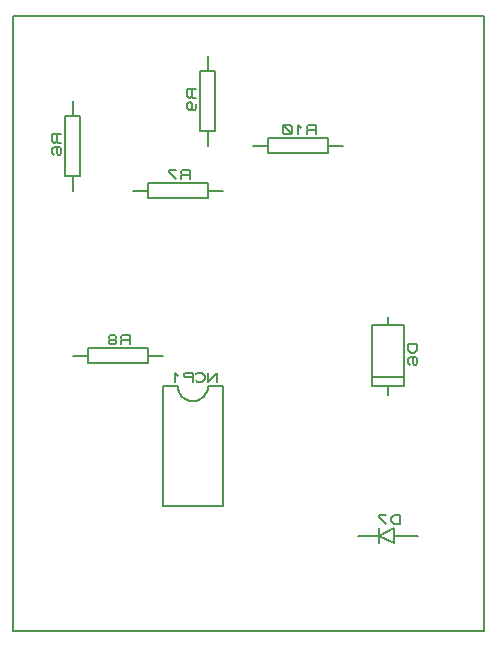
<source format=gbr>
G04 PROTEUS GERBER X2 FILE*
%TF.GenerationSoftware,Labcenter,Proteus,8.5-SP0-Build22067*%
%TF.CreationDate,2019-11-03T13:44:13+00:00*%
%TF.FileFunction,Legend,Bot*%
%TF.FilePolarity,Positive*%
%TF.Part,Single*%
%FSLAX45Y45*%
%MOMM*%
G01*
%TA.AperFunction,Profile*%
%ADD25C,0.203200*%
%TA.AperFunction,Material*%
%ADD28C,0.203200*%
D25*
X-1904000Y-2587000D02*
X+2085000Y-2587000D01*
X+2085000Y+2620000D01*
X-1904000Y+2620000D01*
X-1904000Y-2587000D01*
D28*
X+1137920Y-513080D02*
X+1404620Y-513080D01*
X+1404620Y+5080D01*
X+1137920Y+5080D01*
X+1137920Y-513080D01*
X+1402080Y-431800D02*
X+1140460Y-431800D01*
X+1270000Y-584200D02*
X+1270000Y-513080D01*
X+1270000Y+5080D02*
X+1270000Y+76200D01*
X+1516380Y-152400D02*
X+1440180Y-152400D01*
X+1440180Y-203200D01*
X+1465580Y-228600D01*
X+1490980Y-228600D01*
X+1516380Y-203200D01*
X+1516380Y-152400D01*
X+1452880Y-330200D02*
X+1440180Y-317500D01*
X+1440180Y-279400D01*
X+1452880Y-266700D01*
X+1503680Y-266700D01*
X+1516380Y-279400D01*
X+1516380Y-317500D01*
X+1503680Y-330200D01*
X+1490980Y-330200D01*
X+1478280Y-317500D01*
X+1478280Y-266700D01*
X+1320800Y-1714500D02*
X+1320800Y-1841500D01*
X+1320800Y-1714500D02*
X+1193800Y-1778000D01*
X+1320800Y-1841500D02*
X+1193800Y-1778000D01*
X+1193800Y-1714500D02*
X+1193800Y-1841500D01*
X+1524000Y-1778000D02*
X+1320800Y-1778000D01*
X+1193800Y-1778000D02*
X+1016000Y-1778000D01*
X+1371600Y-1678940D02*
X+1371600Y-1602740D01*
X+1320800Y-1602740D01*
X+1295400Y-1628140D01*
X+1295400Y-1653540D01*
X+1320800Y-1678940D01*
X+1371600Y-1678940D01*
X+1257300Y-1602740D02*
X+1193800Y-1602740D01*
X+1193800Y-1615440D01*
X+1257300Y-1678940D01*
X-508000Y-508000D02*
X-635000Y-508000D01*
X-635000Y-1524000D01*
X-127000Y-1524000D01*
X-127000Y-508000D01*
X-254000Y-508000D01*
X-381000Y-635000D02*
X-406876Y-632564D01*
X-430848Y-625515D01*
X-452438Y-614238D01*
X-471170Y-599122D01*
X-486569Y-580554D01*
X-498158Y-558919D01*
X-505460Y-534606D01*
X-508000Y-508000D01*
X-381000Y-635000D02*
X-354394Y-632564D01*
X-330081Y-625515D01*
X-308446Y-614238D01*
X-289878Y-599122D01*
X-274762Y-580554D01*
X-263485Y-558919D01*
X-256436Y-534606D01*
X-254000Y-508000D01*
X-177800Y-472440D02*
X-177800Y-396240D01*
X-254000Y-472440D01*
X-254000Y-396240D01*
X-355600Y-459740D02*
X-342900Y-472440D01*
X-304800Y-472440D01*
X-279400Y-447040D01*
X-279400Y-421640D01*
X-304800Y-396240D01*
X-342900Y-396240D01*
X-355600Y-408940D01*
X-381000Y-472440D02*
X-381000Y-396240D01*
X-444500Y-396240D01*
X-457200Y-408940D01*
X-457200Y-421640D01*
X-444500Y-434340D01*
X-381000Y-434340D01*
X-508000Y-421640D02*
X-533400Y-396240D01*
X-533400Y-472440D01*
X-635000Y-254000D02*
X-762000Y-254000D01*
X-1270000Y-317500D02*
X-762000Y-317500D01*
X-762000Y-190500D01*
X-1270000Y-190500D01*
X-1270000Y-317500D01*
X-1270000Y-254000D02*
X-1397000Y-254000D01*
X-914400Y-154940D02*
X-914400Y-78740D01*
X-977900Y-78740D01*
X-990600Y-91440D01*
X-990600Y-104140D01*
X-977900Y-116840D01*
X-914400Y-116840D01*
X-977900Y-116840D02*
X-990600Y-129540D01*
X-990600Y-154940D01*
X-1041400Y-116840D02*
X-1028700Y-104140D01*
X-1028700Y-91440D01*
X-1041400Y-78740D01*
X-1079500Y-78740D01*
X-1092200Y-91440D01*
X-1092200Y-104140D01*
X-1079500Y-116840D01*
X-1041400Y-116840D01*
X-1028700Y-129540D01*
X-1028700Y-142240D01*
X-1041400Y-154940D01*
X-1079500Y-154940D01*
X-1092200Y-142240D01*
X-1092200Y-129540D01*
X-1079500Y-116840D01*
X+889000Y+1524000D02*
X+762000Y+1524000D01*
X+254000Y+1460500D02*
X+762000Y+1460500D01*
X+762000Y+1587500D01*
X+254000Y+1587500D01*
X+254000Y+1460500D01*
X+254000Y+1524000D02*
X+127000Y+1524000D01*
X+660400Y+1623060D02*
X+660400Y+1699260D01*
X+596900Y+1699260D01*
X+584200Y+1686560D01*
X+584200Y+1673860D01*
X+596900Y+1661160D01*
X+660400Y+1661160D01*
X+596900Y+1661160D02*
X+584200Y+1648460D01*
X+584200Y+1623060D01*
X+533400Y+1673860D02*
X+508000Y+1699260D01*
X+508000Y+1623060D01*
X+457200Y+1635760D02*
X+457200Y+1686560D01*
X+444500Y+1699260D01*
X+393700Y+1699260D01*
X+381000Y+1686560D01*
X+381000Y+1635760D01*
X+393700Y+1623060D01*
X+444500Y+1623060D01*
X+457200Y+1635760D01*
X+457200Y+1623060D02*
X+381000Y+1699260D01*
X-127000Y+1143000D02*
X-254000Y+1143000D01*
X-762000Y+1079500D02*
X-254000Y+1079500D01*
X-254000Y+1206500D01*
X-762000Y+1206500D01*
X-762000Y+1079500D01*
X-762000Y+1143000D02*
X-889000Y+1143000D01*
X-406400Y+1242060D02*
X-406400Y+1318260D01*
X-469900Y+1318260D01*
X-482600Y+1305560D01*
X-482600Y+1292860D01*
X-469900Y+1280160D01*
X-406400Y+1280160D01*
X-469900Y+1280160D02*
X-482600Y+1267460D01*
X-482600Y+1242060D01*
X-520700Y+1318260D02*
X-584200Y+1318260D01*
X-584200Y+1305560D01*
X-520700Y+1242060D01*
X-254000Y+2286000D02*
X-254000Y+2159000D01*
X-317500Y+1651000D02*
X-190500Y+1651000D01*
X-190500Y+2159000D01*
X-317500Y+2159000D01*
X-317500Y+1651000D01*
X-254000Y+1651000D02*
X-254000Y+1524000D01*
X-353060Y+2006600D02*
X-429260Y+2006600D01*
X-429260Y+1943100D01*
X-416560Y+1930400D01*
X-403860Y+1930400D01*
X-391160Y+1943100D01*
X-391160Y+2006600D01*
X-391160Y+1943100D02*
X-378460Y+1930400D01*
X-353060Y+1930400D01*
X-403860Y+1828800D02*
X-391160Y+1841500D01*
X-391160Y+1879600D01*
X-403860Y+1892300D01*
X-416560Y+1892300D01*
X-429260Y+1879600D01*
X-429260Y+1841500D01*
X-416560Y+1828800D01*
X-365760Y+1828800D01*
X-353060Y+1841500D01*
X-353060Y+1879600D01*
X-1397000Y+1905000D02*
X-1397000Y+1778000D01*
X-1460500Y+1270000D02*
X-1333500Y+1270000D01*
X-1333500Y+1778000D01*
X-1460500Y+1778000D01*
X-1460500Y+1270000D01*
X-1397000Y+1270000D02*
X-1397000Y+1143000D01*
X-1496060Y+1625600D02*
X-1572260Y+1625600D01*
X-1572260Y+1562100D01*
X-1559560Y+1549400D01*
X-1546860Y+1549400D01*
X-1534160Y+1562100D01*
X-1534160Y+1625600D01*
X-1534160Y+1562100D02*
X-1521460Y+1549400D01*
X-1496060Y+1549400D01*
X-1559560Y+1447800D02*
X-1572260Y+1460500D01*
X-1572260Y+1498600D01*
X-1559560Y+1511300D01*
X-1508760Y+1511300D01*
X-1496060Y+1498600D01*
X-1496060Y+1460500D01*
X-1508760Y+1447800D01*
X-1521460Y+1447800D01*
X-1534160Y+1460500D01*
X-1534160Y+1511300D01*
M02*

</source>
